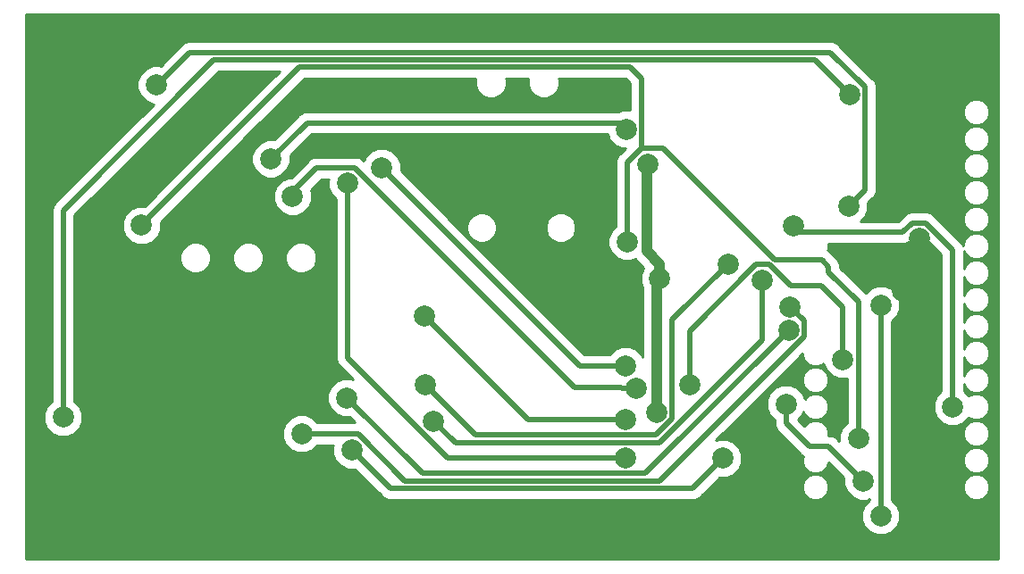
<source format=gbr>
G04 #@! TF.GenerationSoftware,KiCad,Pcbnew,5.0.0*
G04 #@! TF.CreationDate,2018-12-31T10:44:11-05:00*
G04 #@! TF.ProjectId,controller,636F6E74726F6C6C65722E6B69636164,rev?*
G04 #@! TF.SameCoordinates,Original*
G04 #@! TF.FileFunction,Copper,L2,Bot,Signal*
G04 #@! TF.FilePolarity,Positive*
%FSLAX46Y46*%
G04 Gerber Fmt 4.6, Leading zero omitted, Abs format (unit mm)*
G04 Created by KiCad (PCBNEW 5.0.0) date Mon Dec 31 10:44:11 2018*
%MOMM*%
%LPD*%
G01*
G04 APERTURE LIST*
G04 #@! TA.AperFunction,ViaPad*
%ADD10C,2.000000*%
G04 #@! TD*
G04 #@! TA.AperFunction,Conductor*
%ADD11C,0.500000*%
G04 #@! TD*
G04 #@! TA.AperFunction,Conductor*
%ADD12C,1.000000*%
G04 #@! TD*
G04 #@! TA.AperFunction,Conductor*
%ADD13C,0.254000*%
G04 #@! TD*
G04 APERTURE END LIST*
D10*
G04 #@! TO.N,/Sheet5BA83292/PHASE_HI*
X56398800Y-34473800D03*
X90075700Y-31640000D03*
G04 #@! TO.N,/Sheet5BA83292/PHASE_L*
X36720000Y-58977300D03*
X111260000Y-28340000D03*
G04 #@! TO.N,GND*
X116248500Y-46988400D03*
X117852300Y-42034300D03*
G04 #@! TO.N,+12V*
X92960000Y-58540000D03*
X92160000Y-34940000D03*
X93260000Y-45840000D03*
G04 #@! TO.N,/PHASE_3*
X90023800Y-59179900D03*
X70990000Y-49349000D03*
X114210400Y-48331100D03*
X114210400Y-68324500D03*
G04 #@! TO.N,/PHASE_LOW_IN_2*
X105215900Y-57713200D03*
X112535800Y-65033100D03*
G04 #@! TO.N,/PHASE_2*
X96079100Y-55857300D03*
X110585500Y-53510800D03*
X91060000Y-56240000D03*
X58460000Y-38040000D03*
G04 #@! TO.N,/PHASE_1*
X44152300Y-40761600D03*
X90190500Y-42325400D03*
X112076500Y-61006900D03*
G04 #@! TO.N,/PHASE_LOW_IN_1*
X105926300Y-40806000D03*
X121020000Y-57980000D03*
G04 #@! TO.N,+48V*
X111160000Y-38940000D03*
X45560000Y-27440000D03*
G04 #@! TO.N,/sheet5BA85AF7/PHASE_L*
X99234300Y-62873800D03*
X64089800Y-62083400D03*
G04 #@! TO.N,/sheet5BA85AF7/PHASE_HI*
X89981500Y-62856800D03*
X63690300Y-36796200D03*
G04 #@! TO.N,/sheet5BA85ABD/PHASE_L*
X99711500Y-44462300D03*
X71018100Y-55866100D03*
G04 #@! TO.N,/sheet5BA85ABD/PHASE_HI*
X66916300Y-35287600D03*
X90001900Y-54081400D03*
G04 #@! TO.N,/CURRENT_1*
X105470400Y-50699000D03*
X63587600Y-57133400D03*
G04 #@! TO.N,/CURRENT_2*
X105618900Y-48498600D03*
X59333400Y-60530800D03*
G04 #@! TO.N,/CURRENT_3*
X71830600Y-59344700D03*
X102987700Y-45945400D03*
G04 #@! TD*
D11*
G04 #@! TO.N,/Sheet5BA83292/PHASE_HI*
X89475700Y-31040000D02*
X90075700Y-31640000D01*
X59832600Y-31040000D02*
X89475700Y-31040000D01*
X56398800Y-34473800D02*
X59832600Y-31040000D01*
G04 #@! TO.N,/Sheet5BA83292/PHASE_L*
X36720000Y-58977300D02*
X36720000Y-39380000D01*
X51026011Y-25073989D02*
X107993989Y-25073989D01*
X36720000Y-39380000D02*
X51026011Y-25073989D01*
X107993989Y-25073989D02*
X111260000Y-28340000D01*
G04 #@! TO.N,GND*
X116248500Y-46988400D02*
X116248500Y-43638100D01*
X116248500Y-43638100D02*
X117852300Y-42034300D01*
D12*
G04 #@! TO.N,+12V*
X92960000Y-58540000D02*
X92960000Y-46140000D01*
X92960000Y-46140000D02*
X93260000Y-45840000D01*
X93260000Y-45840000D02*
X93260000Y-44425800D01*
X93260000Y-44425800D02*
X92060000Y-43225800D01*
X92060000Y-43225800D02*
X92060000Y-35040000D01*
X92060000Y-35040000D02*
X92160000Y-34940000D01*
D11*
G04 #@! TO.N,/PHASE_3*
X114210400Y-48331100D02*
X114210400Y-68324500D01*
X90023800Y-59179900D02*
X80820900Y-59179900D01*
X80820900Y-59179900D02*
X70990000Y-49349000D01*
G04 #@! TO.N,/PHASE_LOW_IN_2*
X111535801Y-64033101D02*
X112535800Y-65033100D01*
X109272701Y-61770001D02*
X111535801Y-64033101D01*
X107419999Y-61770001D02*
X109272701Y-61770001D01*
X105215900Y-59565902D02*
X107419999Y-61770001D01*
X105215900Y-57713200D02*
X105215900Y-59565902D01*
G04 #@! TO.N,/PHASE_2*
X91060000Y-56240000D02*
X89645787Y-56240000D01*
X64386301Y-35346199D02*
X60753801Y-35346199D01*
X89645787Y-56240000D02*
X89585786Y-56179999D01*
X89585786Y-56179999D02*
X85220101Y-56179999D01*
X85220101Y-56179999D02*
X64386301Y-35346199D01*
X58460000Y-37640000D02*
X58460000Y-38040000D01*
X60753801Y-35346199D02*
X58460000Y-37640000D01*
X96079100Y-50790700D02*
X96079100Y-55857300D01*
X102384200Y-44485600D02*
X96079100Y-50790700D01*
X103657200Y-44485600D02*
X102384200Y-44485600D01*
X110585500Y-53510800D02*
X110585500Y-48535498D01*
X105701601Y-46530001D02*
X103657200Y-44485600D01*
X110585500Y-48535498D02*
X108580003Y-46530001D01*
X108580003Y-46530001D02*
X105701601Y-46530001D01*
G04 #@! TO.N,/PHASE_1*
X54054400Y-30859500D02*
X44152300Y-40761600D01*
X91525700Y-33438200D02*
X91525700Y-26831800D01*
X91525700Y-33438200D02*
X90190500Y-34773400D01*
X90190500Y-34773400D02*
X90190500Y-42325400D01*
X59139901Y-25773999D02*
X54054400Y-30859500D01*
X90467899Y-25773999D02*
X59139901Y-25773999D01*
X91525700Y-26831800D02*
X90467899Y-25773999D01*
X93605000Y-33438200D02*
X91525700Y-33438200D01*
X104196799Y-44029999D02*
X93605000Y-33438200D01*
X108620001Y-44029999D02*
X104196799Y-44029999D01*
X109270001Y-45250001D02*
X109270001Y-44679999D01*
X112076500Y-48056500D02*
X109270001Y-45250001D01*
X109270001Y-44679999D02*
X108620001Y-44029999D01*
X112076500Y-61006900D02*
X112076500Y-48056500D01*
G04 #@! TO.N,/PHASE_LOW_IN_1*
X105926300Y-40806000D02*
X106176300Y-40556000D01*
X118458600Y-40556000D02*
X121020000Y-43117400D01*
X121020000Y-43117400D02*
X121020000Y-57980000D01*
X117184598Y-40556000D02*
X118458600Y-40556000D01*
X116290597Y-41450001D02*
X117184598Y-40556000D01*
X106570301Y-41450001D02*
X116290597Y-41450001D01*
X105926300Y-40806000D02*
X106570301Y-41450001D01*
G04 #@! TO.N,+48V*
X109439981Y-24373979D02*
X48726021Y-24373979D01*
X112710001Y-27643999D02*
X109439981Y-24373979D01*
X112710001Y-37389999D02*
X112710001Y-27643999D01*
X111160000Y-38940000D02*
X112710001Y-37389999D01*
X48726021Y-24373979D02*
X45660000Y-27440000D01*
X45560000Y-27440000D02*
X45660000Y-27440000D01*
G04 #@! TO.N,/sheet5BA85AF7/PHASE_L*
X64089800Y-62083400D02*
X67714100Y-65707700D01*
X67714100Y-65707700D02*
X96400400Y-65707700D01*
X96400400Y-65707700D02*
X99234300Y-62873800D01*
G04 #@! TO.N,/sheet5BA85AF7/PHASE_HI*
X63690300Y-36796200D02*
X63690300Y-53372600D01*
X63690300Y-53372600D02*
X73174500Y-62856800D01*
X73174500Y-62856800D02*
X89981500Y-62856800D01*
G04 #@! TO.N,/sheet5BA85ABD/PHASE_L*
X71018100Y-55866100D02*
X75806500Y-60654500D01*
X75806500Y-60654500D02*
X92911000Y-60654500D01*
X92911000Y-60654500D02*
X94449000Y-59116500D01*
X94449000Y-59116500D02*
X94449000Y-49724800D01*
X94449000Y-49724800D02*
X99711500Y-44462300D01*
G04 #@! TO.N,/sheet5BA85ABD/PHASE_HI*
X66916300Y-35287600D02*
X85710100Y-54081400D01*
X85710100Y-54081400D02*
X90001900Y-54081400D01*
G04 #@! TO.N,/CURRENT_1*
X63587600Y-57133400D02*
X70761300Y-64307100D01*
X70761300Y-64307100D02*
X91862300Y-64307100D01*
X91862300Y-64307100D02*
X105470400Y-50699000D01*
G04 #@! TO.N,/CURRENT_2*
X59333400Y-60530800D02*
X64666300Y-60530800D01*
X64666300Y-60530800D02*
X69142900Y-65007400D01*
X69142900Y-65007400D02*
X93213200Y-65007400D01*
X93213200Y-65007400D02*
X106920800Y-51299800D01*
X106920800Y-51299800D02*
X106920800Y-49800500D01*
X106920800Y-49800500D02*
X105618900Y-48498600D01*
G04 #@! TO.N,/CURRENT_3*
X71830600Y-59344700D02*
X73892300Y-61406400D01*
X73892300Y-61406400D02*
X93218800Y-61406400D01*
X93218800Y-61406400D02*
X102987700Y-51637500D01*
X102987700Y-51637500D02*
X102987700Y-45945400D01*
G04 #@! TD*
D13*
G04 #@! TO.N,GND*
G36*
X125333000Y-72413000D02*
X33187000Y-72413000D01*
X33187000Y-58613887D01*
X34893000Y-58613887D01*
X34893000Y-59340713D01*
X35171144Y-60012212D01*
X35685088Y-60526156D01*
X36356587Y-60804300D01*
X37083413Y-60804300D01*
X37754912Y-60526156D01*
X38268856Y-60012212D01*
X38547000Y-59340713D01*
X38547000Y-58613887D01*
X38268856Y-57942388D01*
X37797000Y-57470532D01*
X37797000Y-43546411D01*
X47784030Y-43546411D01*
X47784030Y-44133589D01*
X48008733Y-44676070D01*
X48423930Y-45091267D01*
X48966411Y-45315970D01*
X49553589Y-45315970D01*
X50096070Y-45091267D01*
X50511267Y-44676070D01*
X50735970Y-44133589D01*
X50735970Y-43546411D01*
X52782750Y-43546411D01*
X52782750Y-44133589D01*
X53007453Y-44676070D01*
X53422650Y-45091267D01*
X53965131Y-45315970D01*
X54552309Y-45315970D01*
X55094790Y-45091267D01*
X55509987Y-44676070D01*
X55734690Y-44133589D01*
X55734690Y-43546411D01*
X57784010Y-43546411D01*
X57784010Y-44133589D01*
X58008713Y-44676070D01*
X58423910Y-45091267D01*
X58966391Y-45315970D01*
X59553569Y-45315970D01*
X60096050Y-45091267D01*
X60511247Y-44676070D01*
X60735950Y-44133589D01*
X60735950Y-43546411D01*
X60511247Y-43003930D01*
X60096050Y-42588733D01*
X59553569Y-42364030D01*
X58966391Y-42364030D01*
X58423910Y-42588733D01*
X58008713Y-43003930D01*
X57784010Y-43546411D01*
X55734690Y-43546411D01*
X55509987Y-43003930D01*
X55094790Y-42588733D01*
X54552309Y-42364030D01*
X53965131Y-42364030D01*
X53422650Y-42588733D01*
X53007453Y-43003930D01*
X52782750Y-43546411D01*
X50735970Y-43546411D01*
X50511267Y-43003930D01*
X50096070Y-42588733D01*
X49553589Y-42364030D01*
X48966411Y-42364030D01*
X48423930Y-42588733D01*
X48008733Y-43003930D01*
X47784030Y-43546411D01*
X37797000Y-43546411D01*
X37797000Y-39826107D01*
X51472119Y-26150989D01*
X57239803Y-26150989D01*
X53367853Y-30022940D01*
X53367850Y-30022942D01*
X44456193Y-38934600D01*
X43788887Y-38934600D01*
X43117388Y-39212744D01*
X42603444Y-39726688D01*
X42325300Y-40398187D01*
X42325300Y-41125013D01*
X42603444Y-41796512D01*
X43117388Y-42310456D01*
X43788887Y-42588600D01*
X44515713Y-42588600D01*
X45187212Y-42310456D01*
X45701156Y-41796512D01*
X45979300Y-41125013D01*
X45979300Y-40457707D01*
X54890958Y-31546050D01*
X54890960Y-31546047D01*
X59586009Y-26850999D01*
X75823831Y-26850999D01*
X75784310Y-26946411D01*
X75784310Y-27533589D01*
X76009013Y-28076070D01*
X76424210Y-28491267D01*
X76966691Y-28715970D01*
X77553869Y-28715970D01*
X78096350Y-28491267D01*
X78511547Y-28076070D01*
X78736250Y-27533589D01*
X78736250Y-26946411D01*
X78696729Y-26850999D01*
X80822551Y-26850999D01*
X80783030Y-26946411D01*
X80783030Y-27533589D01*
X81007733Y-28076070D01*
X81422930Y-28491267D01*
X81965411Y-28715970D01*
X82552589Y-28715970D01*
X83095070Y-28491267D01*
X83510267Y-28076070D01*
X83734970Y-27533589D01*
X83734970Y-26946411D01*
X83695449Y-26850999D01*
X90021792Y-26850999D01*
X90448701Y-27277909D01*
X90448701Y-29816971D01*
X90439113Y-29813000D01*
X89712287Y-29813000D01*
X89350155Y-29963000D01*
X59938668Y-29963000D01*
X59832600Y-29941902D01*
X59726532Y-29963000D01*
X59726528Y-29963000D01*
X59475377Y-30012957D01*
X59412375Y-30025489D01*
X59146050Y-30203442D01*
X59146049Y-30203443D01*
X59056127Y-30263527D01*
X58996043Y-30353449D01*
X56702693Y-32646800D01*
X56035387Y-32646800D01*
X55363888Y-32924944D01*
X54849944Y-33438888D01*
X54571800Y-34110387D01*
X54571800Y-34837213D01*
X54849944Y-35508712D01*
X55363888Y-36022656D01*
X56035387Y-36300800D01*
X56762213Y-36300800D01*
X57433712Y-36022656D01*
X57947656Y-35508712D01*
X58225800Y-34837213D01*
X58225800Y-34169907D01*
X60278708Y-32117000D01*
X88295749Y-32117000D01*
X88526844Y-32674912D01*
X89040788Y-33188856D01*
X89712287Y-33467000D01*
X89973793Y-33467000D01*
X89503952Y-33936841D01*
X89414027Y-33996927D01*
X89175989Y-34353177D01*
X89113500Y-34667329D01*
X89113500Y-34667334D01*
X89092402Y-34773400D01*
X89113500Y-34879467D01*
X89113501Y-40818631D01*
X88641644Y-41290488D01*
X88363500Y-41961987D01*
X88363500Y-42688813D01*
X88641644Y-43360312D01*
X89155588Y-43874256D01*
X89827087Y-44152400D01*
X90553913Y-44152400D01*
X90968439Y-43980698D01*
X91103287Y-44182512D01*
X91214085Y-44256546D01*
X91736886Y-44779346D01*
X91711144Y-44805088D01*
X91433000Y-45476587D01*
X91433000Y-46203413D01*
X91633001Y-46686258D01*
X91633000Y-53245044D01*
X91550756Y-53046488D01*
X91036812Y-52532544D01*
X90365313Y-52254400D01*
X89638487Y-52254400D01*
X88966988Y-52532544D01*
X88495132Y-53004400D01*
X86156208Y-53004400D01*
X73857960Y-40706152D01*
X74963000Y-40706152D01*
X74963000Y-41273848D01*
X75180247Y-41798331D01*
X75581669Y-42199753D01*
X76106152Y-42417000D01*
X76673848Y-42417000D01*
X77198331Y-42199753D01*
X77599753Y-41798331D01*
X77817000Y-41273848D01*
X77817000Y-40706152D01*
X82463000Y-40706152D01*
X82463000Y-41273848D01*
X82680247Y-41798331D01*
X83081669Y-42199753D01*
X83606152Y-42417000D01*
X84173848Y-42417000D01*
X84698331Y-42199753D01*
X85099753Y-41798331D01*
X85317000Y-41273848D01*
X85317000Y-40706152D01*
X85099753Y-40181669D01*
X84698331Y-39780247D01*
X84173848Y-39563000D01*
X83606152Y-39563000D01*
X83081669Y-39780247D01*
X82680247Y-40181669D01*
X82463000Y-40706152D01*
X77817000Y-40706152D01*
X77599753Y-40181669D01*
X77198331Y-39780247D01*
X76673848Y-39563000D01*
X76106152Y-39563000D01*
X75581669Y-39780247D01*
X75180247Y-40181669D01*
X74963000Y-40706152D01*
X73857960Y-40706152D01*
X68743300Y-35591493D01*
X68743300Y-34924187D01*
X68465156Y-34252688D01*
X67951212Y-33738744D01*
X67279713Y-33460600D01*
X66552887Y-33460600D01*
X65881388Y-33738744D01*
X65367444Y-34252688D01*
X65208053Y-34637491D01*
X65162774Y-34569726D01*
X64806525Y-34331688D01*
X64492373Y-34269199D01*
X64492367Y-34269199D01*
X64386301Y-34248101D01*
X64280235Y-34269199D01*
X60859867Y-34269199D01*
X60753800Y-34248101D01*
X60647734Y-34269199D01*
X60647729Y-34269199D01*
X60333577Y-34331688D01*
X60193984Y-34424961D01*
X60067252Y-34509641D01*
X59977328Y-34569726D01*
X59917244Y-34659648D01*
X58363893Y-36213000D01*
X58096587Y-36213000D01*
X57425088Y-36491144D01*
X56911144Y-37005088D01*
X56633000Y-37676587D01*
X56633000Y-38403413D01*
X56911144Y-39074912D01*
X57425088Y-39588856D01*
X58096587Y-39867000D01*
X58823413Y-39867000D01*
X59494912Y-39588856D01*
X60008856Y-39074912D01*
X60287000Y-38403413D01*
X60287000Y-37676587D01*
X60187276Y-37435832D01*
X61199909Y-36423199D01*
X61867271Y-36423199D01*
X61863300Y-36432787D01*
X61863300Y-37159613D01*
X62141444Y-37831112D01*
X62613300Y-38302968D01*
X62613301Y-53266529D01*
X62592202Y-53372600D01*
X62613301Y-53478672D01*
X62660904Y-53717987D01*
X62675790Y-53792824D01*
X62853742Y-54059149D01*
X62853744Y-54059151D01*
X62913828Y-54149073D01*
X63003750Y-54209157D01*
X64207045Y-55412452D01*
X63951013Y-55306400D01*
X63224187Y-55306400D01*
X62552688Y-55584544D01*
X62038744Y-56098488D01*
X61760600Y-56769987D01*
X61760600Y-57496813D01*
X62038744Y-58168312D01*
X62552688Y-58682256D01*
X63224187Y-58960400D01*
X63891493Y-58960400D01*
X64384893Y-59453800D01*
X60840168Y-59453800D01*
X60368312Y-58981944D01*
X59696813Y-58703800D01*
X58969987Y-58703800D01*
X58298488Y-58981944D01*
X57784544Y-59495888D01*
X57506400Y-60167387D01*
X57506400Y-60894213D01*
X57784544Y-61565712D01*
X58298488Y-62079656D01*
X58969987Y-62357800D01*
X59696813Y-62357800D01*
X60368312Y-62079656D01*
X60840168Y-61607800D01*
X62309269Y-61607800D01*
X62262800Y-61719987D01*
X62262800Y-62446813D01*
X62540944Y-63118312D01*
X63054888Y-63632256D01*
X63726387Y-63910400D01*
X64393693Y-63910400D01*
X66877543Y-66394251D01*
X66937627Y-66484173D01*
X67027549Y-66544257D01*
X67027550Y-66544258D01*
X67167084Y-66637491D01*
X67293876Y-66722211D01*
X67608028Y-66784700D01*
X67608033Y-66784700D01*
X67714099Y-66805798D01*
X67820166Y-66784700D01*
X96294334Y-66784700D01*
X96400400Y-66805798D01*
X96506466Y-66784700D01*
X96506472Y-66784700D01*
X96820624Y-66722211D01*
X97176873Y-66484173D01*
X97236959Y-66394248D01*
X98275272Y-65355935D01*
X106793000Y-65355935D01*
X106793000Y-65844065D01*
X106979800Y-66295039D01*
X107324961Y-66640200D01*
X107775935Y-66827000D01*
X108264065Y-66827000D01*
X108715039Y-66640200D01*
X109060200Y-66295039D01*
X109247000Y-65844065D01*
X109247000Y-65355935D01*
X109060200Y-64904961D01*
X108715039Y-64559800D01*
X108264065Y-64373000D01*
X107775935Y-64373000D01*
X107324961Y-64559800D01*
X106979800Y-64904961D01*
X106793000Y-65355935D01*
X98275272Y-65355935D01*
X98930408Y-64700800D01*
X99597713Y-64700800D01*
X100269212Y-64422656D01*
X100783156Y-63908712D01*
X101061300Y-63237213D01*
X101061300Y-62510387D01*
X100783156Y-61838888D01*
X100269212Y-61324944D01*
X99597713Y-61046800D01*
X98870887Y-61046800D01*
X98573885Y-61169822D01*
X104547772Y-55195935D01*
X106793000Y-55195935D01*
X106793000Y-55684065D01*
X106979800Y-56135039D01*
X107324961Y-56480200D01*
X107775935Y-56667000D01*
X108264065Y-56667000D01*
X108715039Y-56480200D01*
X109060200Y-56135039D01*
X109247000Y-55684065D01*
X109247000Y-55195935D01*
X109060200Y-54744961D01*
X108715039Y-54399800D01*
X108264065Y-54213000D01*
X107775935Y-54213000D01*
X107324961Y-54399800D01*
X106979800Y-54744961D01*
X106793000Y-55195935D01*
X104547772Y-55195935D01*
X106793000Y-52950708D01*
X106793000Y-53144065D01*
X106979800Y-53595039D01*
X107324961Y-53940200D01*
X107775935Y-54127000D01*
X108264065Y-54127000D01*
X108715039Y-53940200D01*
X108765098Y-53890141D01*
X109036644Y-54545712D01*
X109550588Y-55059656D01*
X110222087Y-55337800D01*
X110948913Y-55337800D01*
X110999500Y-55316846D01*
X110999500Y-59500132D01*
X110527644Y-59971988D01*
X110249500Y-60643487D01*
X110249500Y-61223693D01*
X110109260Y-61083453D01*
X110049174Y-60993528D01*
X109692925Y-60755490D01*
X109378773Y-60693001D01*
X109378767Y-60693001D01*
X109272701Y-60671903D01*
X109247000Y-60677015D01*
X109247000Y-60275935D01*
X109060200Y-59824961D01*
X108715039Y-59479800D01*
X108264065Y-59293000D01*
X107775935Y-59293000D01*
X107324961Y-59479800D01*
X106988933Y-59815828D01*
X106342987Y-59169881D01*
X106764756Y-58748112D01*
X106887412Y-58451995D01*
X106979800Y-58675039D01*
X107324961Y-59020200D01*
X107775935Y-59207000D01*
X108264065Y-59207000D01*
X108715039Y-59020200D01*
X109060200Y-58675039D01*
X109247000Y-58224065D01*
X109247000Y-57735935D01*
X109060200Y-57284961D01*
X108715039Y-56939800D01*
X108264065Y-56753000D01*
X107775935Y-56753000D01*
X107324961Y-56939800D01*
X107005431Y-57259330D01*
X106764756Y-56678288D01*
X106250812Y-56164344D01*
X105579313Y-55886200D01*
X104852487Y-55886200D01*
X104180988Y-56164344D01*
X103667044Y-56678288D01*
X103388900Y-57349787D01*
X103388900Y-58076613D01*
X103667044Y-58748112D01*
X104138901Y-59219969D01*
X104138901Y-59459831D01*
X104117802Y-59565902D01*
X104138901Y-59671974D01*
X104169332Y-59824961D01*
X104201390Y-59986126D01*
X104379342Y-60252451D01*
X104379344Y-60252453D01*
X104439428Y-60342375D01*
X104529350Y-60402459D01*
X106583442Y-62456552D01*
X106643526Y-62546474D01*
X106733448Y-62606558D01*
X106733449Y-62606559D01*
X106848017Y-62683111D01*
X106793000Y-62815935D01*
X106793000Y-63304065D01*
X106979800Y-63755039D01*
X107324961Y-64100200D01*
X107775935Y-64287000D01*
X108264065Y-64287000D01*
X108715039Y-64100200D01*
X109060200Y-63755039D01*
X109247000Y-63304065D01*
X109247000Y-63267407D01*
X110708800Y-64729208D01*
X110708800Y-65396513D01*
X110986944Y-66068012D01*
X111500888Y-66581956D01*
X112172387Y-66860100D01*
X112899213Y-66860100D01*
X113133401Y-66763096D01*
X113133401Y-66817731D01*
X112661544Y-67289588D01*
X112383400Y-67961087D01*
X112383400Y-68687913D01*
X112661544Y-69359412D01*
X113175488Y-69873356D01*
X113846987Y-70151500D01*
X114573813Y-70151500D01*
X115245312Y-69873356D01*
X115759256Y-69359412D01*
X116037400Y-68687913D01*
X116037400Y-67961087D01*
X115759256Y-67289588D01*
X115287400Y-66817732D01*
X115287400Y-65355935D01*
X122033000Y-65355935D01*
X122033000Y-65844065D01*
X122219800Y-66295039D01*
X122564961Y-66640200D01*
X123015935Y-66827000D01*
X123504065Y-66827000D01*
X123955039Y-66640200D01*
X124300200Y-66295039D01*
X124487000Y-65844065D01*
X124487000Y-65355935D01*
X124300200Y-64904961D01*
X123955039Y-64559800D01*
X123504065Y-64373000D01*
X123015935Y-64373000D01*
X122564961Y-64559800D01*
X122219800Y-64904961D01*
X122033000Y-65355935D01*
X115287400Y-65355935D01*
X115287400Y-62815935D01*
X122033000Y-62815935D01*
X122033000Y-63304065D01*
X122219800Y-63755039D01*
X122564961Y-64100200D01*
X123015935Y-64287000D01*
X123504065Y-64287000D01*
X123955039Y-64100200D01*
X124300200Y-63755039D01*
X124487000Y-63304065D01*
X124487000Y-62815935D01*
X124300200Y-62364961D01*
X123955039Y-62019800D01*
X123504065Y-61833000D01*
X123015935Y-61833000D01*
X122564961Y-62019800D01*
X122219800Y-62364961D01*
X122033000Y-62815935D01*
X115287400Y-62815935D01*
X115287400Y-60275935D01*
X122033000Y-60275935D01*
X122033000Y-60764065D01*
X122219800Y-61215039D01*
X122564961Y-61560200D01*
X123015935Y-61747000D01*
X123504065Y-61747000D01*
X123955039Y-61560200D01*
X124300200Y-61215039D01*
X124487000Y-60764065D01*
X124487000Y-60275935D01*
X124300200Y-59824961D01*
X123955039Y-59479800D01*
X123504065Y-59293000D01*
X123015935Y-59293000D01*
X122564961Y-59479800D01*
X122219800Y-59824961D01*
X122033000Y-60275935D01*
X115287400Y-60275935D01*
X115287400Y-49837868D01*
X115759256Y-49366012D01*
X116037400Y-48694513D01*
X116037400Y-47967687D01*
X115759256Y-47296188D01*
X115245312Y-46782244D01*
X114573813Y-46504100D01*
X113846987Y-46504100D01*
X113175488Y-46782244D01*
X112750420Y-47207312D01*
X110347001Y-44803894D01*
X110347001Y-44786065D01*
X110368099Y-44679999D01*
X110347001Y-44573932D01*
X110347001Y-44573928D01*
X110284512Y-44259776D01*
X110271165Y-44239800D01*
X110106559Y-43993450D01*
X110046474Y-43903526D01*
X109956549Y-43843440D01*
X109456560Y-43343451D01*
X109396474Y-43253526D01*
X109191982Y-43116889D01*
X109247000Y-42984065D01*
X109247000Y-42527001D01*
X116184531Y-42527001D01*
X116290597Y-42548099D01*
X116396663Y-42527001D01*
X116396669Y-42527001D01*
X116710821Y-42464512D01*
X117067070Y-42226474D01*
X117127156Y-42136550D01*
X117630706Y-41633000D01*
X118012493Y-41633000D01*
X119943000Y-43563508D01*
X119943001Y-56473231D01*
X119471144Y-56945088D01*
X119193000Y-57616587D01*
X119193000Y-58343413D01*
X119471144Y-59014912D01*
X119985088Y-59528856D01*
X120656587Y-59807000D01*
X121383413Y-59807000D01*
X122054912Y-59528856D01*
X122564265Y-59019504D01*
X122564961Y-59020200D01*
X123015935Y-59207000D01*
X123504065Y-59207000D01*
X123955039Y-59020200D01*
X124300200Y-58675039D01*
X124487000Y-58224065D01*
X124487000Y-57735935D01*
X124300200Y-57284961D01*
X123955039Y-56939800D01*
X123504065Y-56753000D01*
X123015935Y-56753000D01*
X122564961Y-56939800D01*
X122564265Y-56940497D01*
X122097000Y-56473232D01*
X122097000Y-55838574D01*
X122219800Y-56135039D01*
X122564961Y-56480200D01*
X123015935Y-56667000D01*
X123504065Y-56667000D01*
X123955039Y-56480200D01*
X124300200Y-56135039D01*
X124487000Y-55684065D01*
X124487000Y-55195935D01*
X124300200Y-54744961D01*
X123955039Y-54399800D01*
X123504065Y-54213000D01*
X123015935Y-54213000D01*
X122564961Y-54399800D01*
X122219800Y-54744961D01*
X122097000Y-55041426D01*
X122097000Y-53298574D01*
X122219800Y-53595039D01*
X122564961Y-53940200D01*
X123015935Y-54127000D01*
X123504065Y-54127000D01*
X123955039Y-53940200D01*
X124300200Y-53595039D01*
X124487000Y-53144065D01*
X124487000Y-52655935D01*
X124300200Y-52204961D01*
X123955039Y-51859800D01*
X123504065Y-51673000D01*
X123015935Y-51673000D01*
X122564961Y-51859800D01*
X122219800Y-52204961D01*
X122097000Y-52501426D01*
X122097000Y-50758574D01*
X122219800Y-51055039D01*
X122564961Y-51400200D01*
X123015935Y-51587000D01*
X123504065Y-51587000D01*
X123955039Y-51400200D01*
X124300200Y-51055039D01*
X124487000Y-50604065D01*
X124487000Y-50115935D01*
X124300200Y-49664961D01*
X123955039Y-49319800D01*
X123504065Y-49133000D01*
X123015935Y-49133000D01*
X122564961Y-49319800D01*
X122219800Y-49664961D01*
X122097000Y-49961426D01*
X122097000Y-48218574D01*
X122219800Y-48515039D01*
X122564961Y-48860200D01*
X123015935Y-49047000D01*
X123504065Y-49047000D01*
X123955039Y-48860200D01*
X124300200Y-48515039D01*
X124487000Y-48064065D01*
X124487000Y-47575935D01*
X124300200Y-47124961D01*
X123955039Y-46779800D01*
X123504065Y-46593000D01*
X123015935Y-46593000D01*
X122564961Y-46779800D01*
X122219800Y-47124961D01*
X122097000Y-47421426D01*
X122097000Y-45678574D01*
X122219800Y-45975039D01*
X122564961Y-46320200D01*
X123015935Y-46507000D01*
X123504065Y-46507000D01*
X123955039Y-46320200D01*
X124300200Y-45975039D01*
X124487000Y-45524065D01*
X124487000Y-45035935D01*
X124300200Y-44584961D01*
X123955039Y-44239800D01*
X123504065Y-44053000D01*
X123015935Y-44053000D01*
X122564961Y-44239800D01*
X122219800Y-44584961D01*
X122097000Y-44881426D01*
X122097000Y-43223468D01*
X122108408Y-43166116D01*
X122219800Y-43435039D01*
X122564961Y-43780200D01*
X123015935Y-43967000D01*
X123504065Y-43967000D01*
X123955039Y-43780200D01*
X124300200Y-43435039D01*
X124487000Y-42984065D01*
X124487000Y-42495935D01*
X124300200Y-42044961D01*
X123955039Y-41699800D01*
X123504065Y-41513000D01*
X123015935Y-41513000D01*
X122564961Y-41699800D01*
X122219800Y-42044961D01*
X122033000Y-42495935D01*
X122033000Y-42694914D01*
X121856558Y-42430850D01*
X121856557Y-42430849D01*
X121796473Y-42340927D01*
X121706551Y-42280843D01*
X119381643Y-39955935D01*
X122033000Y-39955935D01*
X122033000Y-40444065D01*
X122219800Y-40895039D01*
X122564961Y-41240200D01*
X123015935Y-41427000D01*
X123504065Y-41427000D01*
X123955039Y-41240200D01*
X124300200Y-40895039D01*
X124487000Y-40444065D01*
X124487000Y-39955935D01*
X124300200Y-39504961D01*
X123955039Y-39159800D01*
X123504065Y-38973000D01*
X123015935Y-38973000D01*
X122564961Y-39159800D01*
X122219800Y-39504961D01*
X122033000Y-39955935D01*
X119381643Y-39955935D01*
X119295159Y-39869452D01*
X119235073Y-39779527D01*
X118878824Y-39541489D01*
X118564672Y-39479000D01*
X118564666Y-39479000D01*
X118458600Y-39457902D01*
X118352534Y-39479000D01*
X117290664Y-39479000D01*
X117184597Y-39457902D01*
X117078531Y-39479000D01*
X117078526Y-39479000D01*
X116764374Y-39541489D01*
X116522368Y-39703192D01*
X116498049Y-39719442D01*
X116408125Y-39779527D01*
X116348041Y-39869449D01*
X115844490Y-40373001D01*
X112310767Y-40373001D01*
X112708856Y-39974912D01*
X112987000Y-39303413D01*
X112987000Y-38636108D01*
X113396552Y-38226556D01*
X113486474Y-38166472D01*
X113724512Y-37810223D01*
X113787001Y-37496071D01*
X113787001Y-37496066D01*
X113802940Y-37415935D01*
X122033000Y-37415935D01*
X122033000Y-37904065D01*
X122219800Y-38355039D01*
X122564961Y-38700200D01*
X123015935Y-38887000D01*
X123504065Y-38887000D01*
X123955039Y-38700200D01*
X124300200Y-38355039D01*
X124487000Y-37904065D01*
X124487000Y-37415935D01*
X124300200Y-36964961D01*
X123955039Y-36619800D01*
X123504065Y-36433000D01*
X123015935Y-36433000D01*
X122564961Y-36619800D01*
X122219800Y-36964961D01*
X122033000Y-37415935D01*
X113802940Y-37415935D01*
X113808099Y-37390000D01*
X113787001Y-37283933D01*
X113787001Y-34875935D01*
X122033000Y-34875935D01*
X122033000Y-35364065D01*
X122219800Y-35815039D01*
X122564961Y-36160200D01*
X123015935Y-36347000D01*
X123504065Y-36347000D01*
X123955039Y-36160200D01*
X124300200Y-35815039D01*
X124487000Y-35364065D01*
X124487000Y-34875935D01*
X124300200Y-34424961D01*
X123955039Y-34079800D01*
X123504065Y-33893000D01*
X123015935Y-33893000D01*
X122564961Y-34079800D01*
X122219800Y-34424961D01*
X122033000Y-34875935D01*
X113787001Y-34875935D01*
X113787001Y-32335935D01*
X122033000Y-32335935D01*
X122033000Y-32824065D01*
X122219800Y-33275039D01*
X122564961Y-33620200D01*
X123015935Y-33807000D01*
X123504065Y-33807000D01*
X123955039Y-33620200D01*
X124300200Y-33275039D01*
X124487000Y-32824065D01*
X124487000Y-32335935D01*
X124300200Y-31884961D01*
X123955039Y-31539800D01*
X123504065Y-31353000D01*
X123015935Y-31353000D01*
X122564961Y-31539800D01*
X122219800Y-31884961D01*
X122033000Y-32335935D01*
X113787001Y-32335935D01*
X113787001Y-29795935D01*
X122033000Y-29795935D01*
X122033000Y-30284065D01*
X122219800Y-30735039D01*
X122564961Y-31080200D01*
X123015935Y-31267000D01*
X123504065Y-31267000D01*
X123955039Y-31080200D01*
X124300200Y-30735039D01*
X124487000Y-30284065D01*
X124487000Y-29795935D01*
X124300200Y-29344961D01*
X123955039Y-28999800D01*
X123504065Y-28813000D01*
X123015935Y-28813000D01*
X122564961Y-28999800D01*
X122219800Y-29344961D01*
X122033000Y-29795935D01*
X113787001Y-29795935D01*
X113787001Y-27750067D01*
X113808099Y-27643999D01*
X113787001Y-27537931D01*
X113787001Y-27537927D01*
X113724512Y-27223775D01*
X113724512Y-27223774D01*
X113546559Y-26957449D01*
X113546558Y-26957448D01*
X113486474Y-26867526D01*
X113396552Y-26807442D01*
X110276540Y-23687431D01*
X110216454Y-23597506D01*
X109860205Y-23359468D01*
X109546053Y-23296979D01*
X109546047Y-23296979D01*
X109439981Y-23275881D01*
X109333915Y-23296979D01*
X48832087Y-23296979D01*
X48726020Y-23275881D01*
X48619954Y-23296979D01*
X48619949Y-23296979D01*
X48305797Y-23359468D01*
X48305795Y-23359469D01*
X48305796Y-23359469D01*
X48039472Y-23537421D01*
X47949548Y-23597506D01*
X47889464Y-23687428D01*
X45952036Y-25624856D01*
X45923413Y-25613000D01*
X45196587Y-25613000D01*
X44525088Y-25891144D01*
X44011144Y-26405088D01*
X43733000Y-27076587D01*
X43733000Y-27803413D01*
X44011144Y-28474912D01*
X44525088Y-28988856D01*
X45196587Y-29267000D01*
X45309892Y-29267000D01*
X36033450Y-38543443D01*
X35943528Y-38603527D01*
X35883444Y-38693449D01*
X35883442Y-38693451D01*
X35705490Y-38959776D01*
X35621902Y-39380000D01*
X35643001Y-39486071D01*
X35643000Y-57470532D01*
X35171144Y-57942388D01*
X34893000Y-58613887D01*
X33187000Y-58613887D01*
X33187000Y-20767000D01*
X125333001Y-20767000D01*
X125333000Y-72413000D01*
X125333000Y-72413000D01*
G37*
X125333000Y-72413000D02*
X33187000Y-72413000D01*
X33187000Y-58613887D01*
X34893000Y-58613887D01*
X34893000Y-59340713D01*
X35171144Y-60012212D01*
X35685088Y-60526156D01*
X36356587Y-60804300D01*
X37083413Y-60804300D01*
X37754912Y-60526156D01*
X38268856Y-60012212D01*
X38547000Y-59340713D01*
X38547000Y-58613887D01*
X38268856Y-57942388D01*
X37797000Y-57470532D01*
X37797000Y-43546411D01*
X47784030Y-43546411D01*
X47784030Y-44133589D01*
X48008733Y-44676070D01*
X48423930Y-45091267D01*
X48966411Y-45315970D01*
X49553589Y-45315970D01*
X50096070Y-45091267D01*
X50511267Y-44676070D01*
X50735970Y-44133589D01*
X50735970Y-43546411D01*
X52782750Y-43546411D01*
X52782750Y-44133589D01*
X53007453Y-44676070D01*
X53422650Y-45091267D01*
X53965131Y-45315970D01*
X54552309Y-45315970D01*
X55094790Y-45091267D01*
X55509987Y-44676070D01*
X55734690Y-44133589D01*
X55734690Y-43546411D01*
X57784010Y-43546411D01*
X57784010Y-44133589D01*
X58008713Y-44676070D01*
X58423910Y-45091267D01*
X58966391Y-45315970D01*
X59553569Y-45315970D01*
X60096050Y-45091267D01*
X60511247Y-44676070D01*
X60735950Y-44133589D01*
X60735950Y-43546411D01*
X60511247Y-43003930D01*
X60096050Y-42588733D01*
X59553569Y-42364030D01*
X58966391Y-42364030D01*
X58423910Y-42588733D01*
X58008713Y-43003930D01*
X57784010Y-43546411D01*
X55734690Y-43546411D01*
X55509987Y-43003930D01*
X55094790Y-42588733D01*
X54552309Y-42364030D01*
X53965131Y-42364030D01*
X53422650Y-42588733D01*
X53007453Y-43003930D01*
X52782750Y-43546411D01*
X50735970Y-43546411D01*
X50511267Y-43003930D01*
X50096070Y-42588733D01*
X49553589Y-42364030D01*
X48966411Y-42364030D01*
X48423930Y-42588733D01*
X48008733Y-43003930D01*
X47784030Y-43546411D01*
X37797000Y-43546411D01*
X37797000Y-39826107D01*
X51472119Y-26150989D01*
X57239803Y-26150989D01*
X53367853Y-30022940D01*
X53367850Y-30022942D01*
X44456193Y-38934600D01*
X43788887Y-38934600D01*
X43117388Y-39212744D01*
X42603444Y-39726688D01*
X42325300Y-40398187D01*
X42325300Y-41125013D01*
X42603444Y-41796512D01*
X43117388Y-42310456D01*
X43788887Y-42588600D01*
X44515713Y-42588600D01*
X45187212Y-42310456D01*
X45701156Y-41796512D01*
X45979300Y-41125013D01*
X45979300Y-40457707D01*
X54890958Y-31546050D01*
X54890960Y-31546047D01*
X59586009Y-26850999D01*
X75823831Y-26850999D01*
X75784310Y-26946411D01*
X75784310Y-27533589D01*
X76009013Y-28076070D01*
X76424210Y-28491267D01*
X76966691Y-28715970D01*
X77553869Y-28715970D01*
X78096350Y-28491267D01*
X78511547Y-28076070D01*
X78736250Y-27533589D01*
X78736250Y-26946411D01*
X78696729Y-26850999D01*
X80822551Y-26850999D01*
X80783030Y-26946411D01*
X80783030Y-27533589D01*
X81007733Y-28076070D01*
X81422930Y-28491267D01*
X81965411Y-28715970D01*
X82552589Y-28715970D01*
X83095070Y-28491267D01*
X83510267Y-28076070D01*
X83734970Y-27533589D01*
X83734970Y-26946411D01*
X83695449Y-26850999D01*
X90021792Y-26850999D01*
X90448701Y-27277909D01*
X90448701Y-29816971D01*
X90439113Y-29813000D01*
X89712287Y-29813000D01*
X89350155Y-29963000D01*
X59938668Y-29963000D01*
X59832600Y-29941902D01*
X59726532Y-29963000D01*
X59726528Y-29963000D01*
X59475377Y-30012957D01*
X59412375Y-30025489D01*
X59146050Y-30203442D01*
X59146049Y-30203443D01*
X59056127Y-30263527D01*
X58996043Y-30353449D01*
X56702693Y-32646800D01*
X56035387Y-32646800D01*
X55363888Y-32924944D01*
X54849944Y-33438888D01*
X54571800Y-34110387D01*
X54571800Y-34837213D01*
X54849944Y-35508712D01*
X55363888Y-36022656D01*
X56035387Y-36300800D01*
X56762213Y-36300800D01*
X57433712Y-36022656D01*
X57947656Y-35508712D01*
X58225800Y-34837213D01*
X58225800Y-34169907D01*
X60278708Y-32117000D01*
X88295749Y-32117000D01*
X88526844Y-32674912D01*
X89040788Y-33188856D01*
X89712287Y-33467000D01*
X89973793Y-33467000D01*
X89503952Y-33936841D01*
X89414027Y-33996927D01*
X89175989Y-34353177D01*
X89113500Y-34667329D01*
X89113500Y-34667334D01*
X89092402Y-34773400D01*
X89113500Y-34879467D01*
X89113501Y-40818631D01*
X88641644Y-41290488D01*
X88363500Y-41961987D01*
X88363500Y-42688813D01*
X88641644Y-43360312D01*
X89155588Y-43874256D01*
X89827087Y-44152400D01*
X90553913Y-44152400D01*
X90968439Y-43980698D01*
X91103287Y-44182512D01*
X91214085Y-44256546D01*
X91736886Y-44779346D01*
X91711144Y-44805088D01*
X91433000Y-45476587D01*
X91433000Y-46203413D01*
X91633001Y-46686258D01*
X91633000Y-53245044D01*
X91550756Y-53046488D01*
X91036812Y-52532544D01*
X90365313Y-52254400D01*
X89638487Y-52254400D01*
X88966988Y-52532544D01*
X88495132Y-53004400D01*
X86156208Y-53004400D01*
X73857960Y-40706152D01*
X74963000Y-40706152D01*
X74963000Y-41273848D01*
X75180247Y-41798331D01*
X75581669Y-42199753D01*
X76106152Y-42417000D01*
X76673848Y-42417000D01*
X77198331Y-42199753D01*
X77599753Y-41798331D01*
X77817000Y-41273848D01*
X77817000Y-40706152D01*
X82463000Y-40706152D01*
X82463000Y-41273848D01*
X82680247Y-41798331D01*
X83081669Y-42199753D01*
X83606152Y-42417000D01*
X84173848Y-42417000D01*
X84698331Y-42199753D01*
X85099753Y-41798331D01*
X85317000Y-41273848D01*
X85317000Y-40706152D01*
X85099753Y-40181669D01*
X84698331Y-39780247D01*
X84173848Y-39563000D01*
X83606152Y-39563000D01*
X83081669Y-39780247D01*
X82680247Y-40181669D01*
X82463000Y-40706152D01*
X77817000Y-40706152D01*
X77599753Y-40181669D01*
X77198331Y-39780247D01*
X76673848Y-39563000D01*
X76106152Y-39563000D01*
X75581669Y-39780247D01*
X75180247Y-40181669D01*
X74963000Y-40706152D01*
X73857960Y-40706152D01*
X68743300Y-35591493D01*
X68743300Y-34924187D01*
X68465156Y-34252688D01*
X67951212Y-33738744D01*
X67279713Y-33460600D01*
X66552887Y-33460600D01*
X65881388Y-33738744D01*
X65367444Y-34252688D01*
X65208053Y-34637491D01*
X65162774Y-34569726D01*
X64806525Y-34331688D01*
X64492373Y-34269199D01*
X64492367Y-34269199D01*
X64386301Y-34248101D01*
X64280235Y-34269199D01*
X60859867Y-34269199D01*
X60753800Y-34248101D01*
X60647734Y-34269199D01*
X60647729Y-34269199D01*
X60333577Y-34331688D01*
X60193984Y-34424961D01*
X60067252Y-34509641D01*
X59977328Y-34569726D01*
X59917244Y-34659648D01*
X58363893Y-36213000D01*
X58096587Y-36213000D01*
X57425088Y-36491144D01*
X56911144Y-37005088D01*
X56633000Y-37676587D01*
X56633000Y-38403413D01*
X56911144Y-39074912D01*
X57425088Y-39588856D01*
X58096587Y-39867000D01*
X58823413Y-39867000D01*
X59494912Y-39588856D01*
X60008856Y-39074912D01*
X60287000Y-38403413D01*
X60287000Y-37676587D01*
X60187276Y-37435832D01*
X61199909Y-36423199D01*
X61867271Y-36423199D01*
X61863300Y-36432787D01*
X61863300Y-37159613D01*
X62141444Y-37831112D01*
X62613300Y-38302968D01*
X62613301Y-53266529D01*
X62592202Y-53372600D01*
X62613301Y-53478672D01*
X62660904Y-53717987D01*
X62675790Y-53792824D01*
X62853742Y-54059149D01*
X62853744Y-54059151D01*
X62913828Y-54149073D01*
X63003750Y-54209157D01*
X64207045Y-55412452D01*
X63951013Y-55306400D01*
X63224187Y-55306400D01*
X62552688Y-55584544D01*
X62038744Y-56098488D01*
X61760600Y-56769987D01*
X61760600Y-57496813D01*
X62038744Y-58168312D01*
X62552688Y-58682256D01*
X63224187Y-58960400D01*
X63891493Y-58960400D01*
X64384893Y-59453800D01*
X60840168Y-59453800D01*
X60368312Y-58981944D01*
X59696813Y-58703800D01*
X58969987Y-58703800D01*
X58298488Y-58981944D01*
X57784544Y-59495888D01*
X57506400Y-60167387D01*
X57506400Y-60894213D01*
X57784544Y-61565712D01*
X58298488Y-62079656D01*
X58969987Y-62357800D01*
X59696813Y-62357800D01*
X60368312Y-62079656D01*
X60840168Y-61607800D01*
X62309269Y-61607800D01*
X62262800Y-61719987D01*
X62262800Y-62446813D01*
X62540944Y-63118312D01*
X63054888Y-63632256D01*
X63726387Y-63910400D01*
X64393693Y-63910400D01*
X66877543Y-66394251D01*
X66937627Y-66484173D01*
X67027549Y-66544257D01*
X67027550Y-66544258D01*
X67167084Y-66637491D01*
X67293876Y-66722211D01*
X67608028Y-66784700D01*
X67608033Y-66784700D01*
X67714099Y-66805798D01*
X67820166Y-66784700D01*
X96294334Y-66784700D01*
X96400400Y-66805798D01*
X96506466Y-66784700D01*
X96506472Y-66784700D01*
X96820624Y-66722211D01*
X97176873Y-66484173D01*
X97236959Y-66394248D01*
X98275272Y-65355935D01*
X106793000Y-65355935D01*
X106793000Y-65844065D01*
X106979800Y-66295039D01*
X107324961Y-66640200D01*
X107775935Y-66827000D01*
X108264065Y-66827000D01*
X108715039Y-66640200D01*
X109060200Y-66295039D01*
X109247000Y-65844065D01*
X109247000Y-65355935D01*
X109060200Y-64904961D01*
X108715039Y-64559800D01*
X108264065Y-64373000D01*
X107775935Y-64373000D01*
X107324961Y-64559800D01*
X106979800Y-64904961D01*
X106793000Y-65355935D01*
X98275272Y-65355935D01*
X98930408Y-64700800D01*
X99597713Y-64700800D01*
X100269212Y-64422656D01*
X100783156Y-63908712D01*
X101061300Y-63237213D01*
X101061300Y-62510387D01*
X100783156Y-61838888D01*
X100269212Y-61324944D01*
X99597713Y-61046800D01*
X98870887Y-61046800D01*
X98573885Y-61169822D01*
X104547772Y-55195935D01*
X106793000Y-55195935D01*
X106793000Y-55684065D01*
X106979800Y-56135039D01*
X107324961Y-56480200D01*
X107775935Y-56667000D01*
X108264065Y-56667000D01*
X108715039Y-56480200D01*
X109060200Y-56135039D01*
X109247000Y-55684065D01*
X109247000Y-55195935D01*
X109060200Y-54744961D01*
X108715039Y-54399800D01*
X108264065Y-54213000D01*
X107775935Y-54213000D01*
X107324961Y-54399800D01*
X106979800Y-54744961D01*
X106793000Y-55195935D01*
X104547772Y-55195935D01*
X106793000Y-52950708D01*
X106793000Y-53144065D01*
X106979800Y-53595039D01*
X107324961Y-53940200D01*
X107775935Y-54127000D01*
X108264065Y-54127000D01*
X108715039Y-53940200D01*
X108765098Y-53890141D01*
X109036644Y-54545712D01*
X109550588Y-55059656D01*
X110222087Y-55337800D01*
X110948913Y-55337800D01*
X110999500Y-55316846D01*
X110999500Y-59500132D01*
X110527644Y-59971988D01*
X110249500Y-60643487D01*
X110249500Y-61223693D01*
X110109260Y-61083453D01*
X110049174Y-60993528D01*
X109692925Y-60755490D01*
X109378773Y-60693001D01*
X109378767Y-60693001D01*
X109272701Y-60671903D01*
X109247000Y-60677015D01*
X109247000Y-60275935D01*
X109060200Y-59824961D01*
X108715039Y-59479800D01*
X108264065Y-59293000D01*
X107775935Y-59293000D01*
X107324961Y-59479800D01*
X106988933Y-59815828D01*
X106342987Y-59169881D01*
X106764756Y-58748112D01*
X106887412Y-58451995D01*
X106979800Y-58675039D01*
X107324961Y-59020200D01*
X107775935Y-59207000D01*
X108264065Y-59207000D01*
X108715039Y-59020200D01*
X109060200Y-58675039D01*
X109247000Y-58224065D01*
X109247000Y-57735935D01*
X109060200Y-57284961D01*
X108715039Y-56939800D01*
X108264065Y-56753000D01*
X107775935Y-56753000D01*
X107324961Y-56939800D01*
X107005431Y-57259330D01*
X106764756Y-56678288D01*
X106250812Y-56164344D01*
X105579313Y-55886200D01*
X104852487Y-55886200D01*
X104180988Y-56164344D01*
X103667044Y-56678288D01*
X103388900Y-57349787D01*
X103388900Y-58076613D01*
X103667044Y-58748112D01*
X104138901Y-59219969D01*
X104138901Y-59459831D01*
X104117802Y-59565902D01*
X104138901Y-59671974D01*
X104169332Y-59824961D01*
X104201390Y-59986126D01*
X104379342Y-60252451D01*
X104379344Y-60252453D01*
X104439428Y-60342375D01*
X104529350Y-60402459D01*
X106583442Y-62456552D01*
X106643526Y-62546474D01*
X106733448Y-62606558D01*
X106733449Y-62606559D01*
X106848017Y-62683111D01*
X106793000Y-62815935D01*
X106793000Y-63304065D01*
X106979800Y-63755039D01*
X107324961Y-64100200D01*
X107775935Y-64287000D01*
X108264065Y-64287000D01*
X108715039Y-64100200D01*
X109060200Y-63755039D01*
X109247000Y-63304065D01*
X109247000Y-63267407D01*
X110708800Y-64729208D01*
X110708800Y-65396513D01*
X110986944Y-66068012D01*
X111500888Y-66581956D01*
X112172387Y-66860100D01*
X112899213Y-66860100D01*
X113133401Y-66763096D01*
X113133401Y-66817731D01*
X112661544Y-67289588D01*
X112383400Y-67961087D01*
X112383400Y-68687913D01*
X112661544Y-69359412D01*
X113175488Y-69873356D01*
X113846987Y-70151500D01*
X114573813Y-70151500D01*
X115245312Y-69873356D01*
X115759256Y-69359412D01*
X116037400Y-68687913D01*
X116037400Y-67961087D01*
X115759256Y-67289588D01*
X115287400Y-66817732D01*
X115287400Y-65355935D01*
X122033000Y-65355935D01*
X122033000Y-65844065D01*
X122219800Y-66295039D01*
X122564961Y-66640200D01*
X123015935Y-66827000D01*
X123504065Y-66827000D01*
X123955039Y-66640200D01*
X124300200Y-66295039D01*
X124487000Y-65844065D01*
X124487000Y-65355935D01*
X124300200Y-64904961D01*
X123955039Y-64559800D01*
X123504065Y-64373000D01*
X123015935Y-64373000D01*
X122564961Y-64559800D01*
X122219800Y-64904961D01*
X122033000Y-65355935D01*
X115287400Y-65355935D01*
X115287400Y-62815935D01*
X122033000Y-62815935D01*
X122033000Y-63304065D01*
X122219800Y-63755039D01*
X122564961Y-64100200D01*
X123015935Y-64287000D01*
X123504065Y-64287000D01*
X123955039Y-64100200D01*
X124300200Y-63755039D01*
X124487000Y-63304065D01*
X124487000Y-62815935D01*
X124300200Y-62364961D01*
X123955039Y-62019800D01*
X123504065Y-61833000D01*
X123015935Y-61833000D01*
X122564961Y-62019800D01*
X122219800Y-62364961D01*
X122033000Y-62815935D01*
X115287400Y-62815935D01*
X115287400Y-60275935D01*
X122033000Y-60275935D01*
X122033000Y-60764065D01*
X122219800Y-61215039D01*
X122564961Y-61560200D01*
X123015935Y-61747000D01*
X123504065Y-61747000D01*
X123955039Y-61560200D01*
X124300200Y-61215039D01*
X124487000Y-60764065D01*
X124487000Y-60275935D01*
X124300200Y-59824961D01*
X123955039Y-59479800D01*
X123504065Y-59293000D01*
X123015935Y-59293000D01*
X122564961Y-59479800D01*
X122219800Y-59824961D01*
X122033000Y-60275935D01*
X115287400Y-60275935D01*
X115287400Y-49837868D01*
X115759256Y-49366012D01*
X116037400Y-48694513D01*
X116037400Y-47967687D01*
X115759256Y-47296188D01*
X115245312Y-46782244D01*
X114573813Y-46504100D01*
X113846987Y-46504100D01*
X113175488Y-46782244D01*
X112750420Y-47207312D01*
X110347001Y-44803894D01*
X110347001Y-44786065D01*
X110368099Y-44679999D01*
X110347001Y-44573932D01*
X110347001Y-44573928D01*
X110284512Y-44259776D01*
X110271165Y-44239800D01*
X110106559Y-43993450D01*
X110046474Y-43903526D01*
X109956549Y-43843440D01*
X109456560Y-43343451D01*
X109396474Y-43253526D01*
X109191982Y-43116889D01*
X109247000Y-42984065D01*
X109247000Y-42527001D01*
X116184531Y-42527001D01*
X116290597Y-42548099D01*
X116396663Y-42527001D01*
X116396669Y-42527001D01*
X116710821Y-42464512D01*
X117067070Y-42226474D01*
X117127156Y-42136550D01*
X117630706Y-41633000D01*
X118012493Y-41633000D01*
X119943000Y-43563508D01*
X119943001Y-56473231D01*
X119471144Y-56945088D01*
X119193000Y-57616587D01*
X119193000Y-58343413D01*
X119471144Y-59014912D01*
X119985088Y-59528856D01*
X120656587Y-59807000D01*
X121383413Y-59807000D01*
X122054912Y-59528856D01*
X122564265Y-59019504D01*
X122564961Y-59020200D01*
X123015935Y-59207000D01*
X123504065Y-59207000D01*
X123955039Y-59020200D01*
X124300200Y-58675039D01*
X124487000Y-58224065D01*
X124487000Y-57735935D01*
X124300200Y-57284961D01*
X123955039Y-56939800D01*
X123504065Y-56753000D01*
X123015935Y-56753000D01*
X122564961Y-56939800D01*
X122564265Y-56940497D01*
X122097000Y-56473232D01*
X122097000Y-55838574D01*
X122219800Y-56135039D01*
X122564961Y-56480200D01*
X123015935Y-56667000D01*
X123504065Y-56667000D01*
X123955039Y-56480200D01*
X124300200Y-56135039D01*
X124487000Y-55684065D01*
X124487000Y-55195935D01*
X124300200Y-54744961D01*
X123955039Y-54399800D01*
X123504065Y-54213000D01*
X123015935Y-54213000D01*
X122564961Y-54399800D01*
X122219800Y-54744961D01*
X122097000Y-55041426D01*
X122097000Y-53298574D01*
X122219800Y-53595039D01*
X122564961Y-53940200D01*
X123015935Y-54127000D01*
X123504065Y-54127000D01*
X123955039Y-53940200D01*
X124300200Y-53595039D01*
X124487000Y-53144065D01*
X124487000Y-52655935D01*
X124300200Y-52204961D01*
X123955039Y-51859800D01*
X123504065Y-51673000D01*
X123015935Y-51673000D01*
X122564961Y-51859800D01*
X122219800Y-52204961D01*
X122097000Y-52501426D01*
X122097000Y-50758574D01*
X122219800Y-51055039D01*
X122564961Y-51400200D01*
X123015935Y-51587000D01*
X123504065Y-51587000D01*
X123955039Y-51400200D01*
X124300200Y-51055039D01*
X124487000Y-50604065D01*
X124487000Y-50115935D01*
X124300200Y-49664961D01*
X123955039Y-49319800D01*
X123504065Y-49133000D01*
X123015935Y-49133000D01*
X122564961Y-49319800D01*
X122219800Y-49664961D01*
X122097000Y-49961426D01*
X122097000Y-48218574D01*
X122219800Y-48515039D01*
X122564961Y-48860200D01*
X123015935Y-49047000D01*
X123504065Y-49047000D01*
X123955039Y-48860200D01*
X124300200Y-48515039D01*
X124487000Y-48064065D01*
X124487000Y-47575935D01*
X124300200Y-47124961D01*
X123955039Y-46779800D01*
X123504065Y-46593000D01*
X123015935Y-46593000D01*
X122564961Y-46779800D01*
X122219800Y-47124961D01*
X122097000Y-47421426D01*
X122097000Y-45678574D01*
X122219800Y-45975039D01*
X122564961Y-46320200D01*
X123015935Y-46507000D01*
X123504065Y-46507000D01*
X123955039Y-46320200D01*
X124300200Y-45975039D01*
X124487000Y-45524065D01*
X124487000Y-45035935D01*
X124300200Y-44584961D01*
X123955039Y-44239800D01*
X123504065Y-44053000D01*
X123015935Y-44053000D01*
X122564961Y-44239800D01*
X122219800Y-44584961D01*
X122097000Y-44881426D01*
X122097000Y-43223468D01*
X122108408Y-43166116D01*
X122219800Y-43435039D01*
X122564961Y-43780200D01*
X123015935Y-43967000D01*
X123504065Y-43967000D01*
X123955039Y-43780200D01*
X124300200Y-43435039D01*
X124487000Y-42984065D01*
X124487000Y-42495935D01*
X124300200Y-42044961D01*
X123955039Y-41699800D01*
X123504065Y-41513000D01*
X123015935Y-41513000D01*
X122564961Y-41699800D01*
X122219800Y-42044961D01*
X122033000Y-42495935D01*
X122033000Y-42694914D01*
X121856558Y-42430850D01*
X121856557Y-42430849D01*
X121796473Y-42340927D01*
X121706551Y-42280843D01*
X119381643Y-39955935D01*
X122033000Y-39955935D01*
X122033000Y-40444065D01*
X122219800Y-40895039D01*
X122564961Y-41240200D01*
X123015935Y-41427000D01*
X123504065Y-41427000D01*
X123955039Y-41240200D01*
X124300200Y-40895039D01*
X124487000Y-40444065D01*
X124487000Y-39955935D01*
X124300200Y-39504961D01*
X123955039Y-39159800D01*
X123504065Y-38973000D01*
X123015935Y-38973000D01*
X122564961Y-39159800D01*
X122219800Y-39504961D01*
X122033000Y-39955935D01*
X119381643Y-39955935D01*
X119295159Y-39869452D01*
X119235073Y-39779527D01*
X118878824Y-39541489D01*
X118564672Y-39479000D01*
X118564666Y-39479000D01*
X118458600Y-39457902D01*
X118352534Y-39479000D01*
X117290664Y-39479000D01*
X117184597Y-39457902D01*
X117078531Y-39479000D01*
X117078526Y-39479000D01*
X116764374Y-39541489D01*
X116522368Y-39703192D01*
X116498049Y-39719442D01*
X116408125Y-39779527D01*
X116348041Y-39869449D01*
X115844490Y-40373001D01*
X112310767Y-40373001D01*
X112708856Y-39974912D01*
X112987000Y-39303413D01*
X112987000Y-38636108D01*
X113396552Y-38226556D01*
X113486474Y-38166472D01*
X113724512Y-37810223D01*
X113787001Y-37496071D01*
X113787001Y-37496066D01*
X113802940Y-37415935D01*
X122033000Y-37415935D01*
X122033000Y-37904065D01*
X122219800Y-38355039D01*
X122564961Y-38700200D01*
X123015935Y-38887000D01*
X123504065Y-38887000D01*
X123955039Y-38700200D01*
X124300200Y-38355039D01*
X124487000Y-37904065D01*
X124487000Y-37415935D01*
X124300200Y-36964961D01*
X123955039Y-36619800D01*
X123504065Y-36433000D01*
X123015935Y-36433000D01*
X122564961Y-36619800D01*
X122219800Y-36964961D01*
X122033000Y-37415935D01*
X113802940Y-37415935D01*
X113808099Y-37390000D01*
X113787001Y-37283933D01*
X113787001Y-34875935D01*
X122033000Y-34875935D01*
X122033000Y-35364065D01*
X122219800Y-35815039D01*
X122564961Y-36160200D01*
X123015935Y-36347000D01*
X123504065Y-36347000D01*
X123955039Y-36160200D01*
X124300200Y-35815039D01*
X124487000Y-35364065D01*
X124487000Y-34875935D01*
X124300200Y-34424961D01*
X123955039Y-34079800D01*
X123504065Y-33893000D01*
X123015935Y-33893000D01*
X122564961Y-34079800D01*
X122219800Y-34424961D01*
X122033000Y-34875935D01*
X113787001Y-34875935D01*
X113787001Y-32335935D01*
X122033000Y-32335935D01*
X122033000Y-32824065D01*
X122219800Y-33275039D01*
X122564961Y-33620200D01*
X123015935Y-33807000D01*
X123504065Y-33807000D01*
X123955039Y-33620200D01*
X124300200Y-33275039D01*
X124487000Y-32824065D01*
X124487000Y-32335935D01*
X124300200Y-31884961D01*
X123955039Y-31539800D01*
X123504065Y-31353000D01*
X123015935Y-31353000D01*
X122564961Y-31539800D01*
X122219800Y-31884961D01*
X122033000Y-32335935D01*
X113787001Y-32335935D01*
X113787001Y-29795935D01*
X122033000Y-29795935D01*
X122033000Y-30284065D01*
X122219800Y-30735039D01*
X122564961Y-31080200D01*
X123015935Y-31267000D01*
X123504065Y-31267000D01*
X123955039Y-31080200D01*
X124300200Y-30735039D01*
X124487000Y-30284065D01*
X124487000Y-29795935D01*
X124300200Y-29344961D01*
X123955039Y-28999800D01*
X123504065Y-28813000D01*
X123015935Y-28813000D01*
X122564961Y-28999800D01*
X122219800Y-29344961D01*
X122033000Y-29795935D01*
X113787001Y-29795935D01*
X113787001Y-27750067D01*
X113808099Y-27643999D01*
X113787001Y-27537931D01*
X113787001Y-27537927D01*
X113724512Y-27223775D01*
X113724512Y-27223774D01*
X113546559Y-26957449D01*
X113546558Y-26957448D01*
X113486474Y-26867526D01*
X113396552Y-26807442D01*
X110276540Y-23687431D01*
X110216454Y-23597506D01*
X109860205Y-23359468D01*
X109546053Y-23296979D01*
X109546047Y-23296979D01*
X109439981Y-23275881D01*
X109333915Y-23296979D01*
X48832087Y-23296979D01*
X48726020Y-23275881D01*
X48619954Y-23296979D01*
X48619949Y-23296979D01*
X48305797Y-23359468D01*
X48305795Y-23359469D01*
X48305796Y-23359469D01*
X48039472Y-23537421D01*
X47949548Y-23597506D01*
X47889464Y-23687428D01*
X45952036Y-25624856D01*
X45923413Y-25613000D01*
X45196587Y-25613000D01*
X44525088Y-25891144D01*
X44011144Y-26405088D01*
X43733000Y-27076587D01*
X43733000Y-27803413D01*
X44011144Y-28474912D01*
X44525088Y-28988856D01*
X45196587Y-29267000D01*
X45309892Y-29267000D01*
X36033450Y-38543443D01*
X35943528Y-38603527D01*
X35883444Y-38693449D01*
X35883442Y-38693451D01*
X35705490Y-38959776D01*
X35621902Y-39380000D01*
X35643001Y-39486071D01*
X35643000Y-57470532D01*
X35171144Y-57942388D01*
X34893000Y-58613887D01*
X33187000Y-58613887D01*
X33187000Y-20767000D01*
X125333001Y-20767000D01*
X125333000Y-72413000D01*
G04 #@! TD*
M02*

</source>
